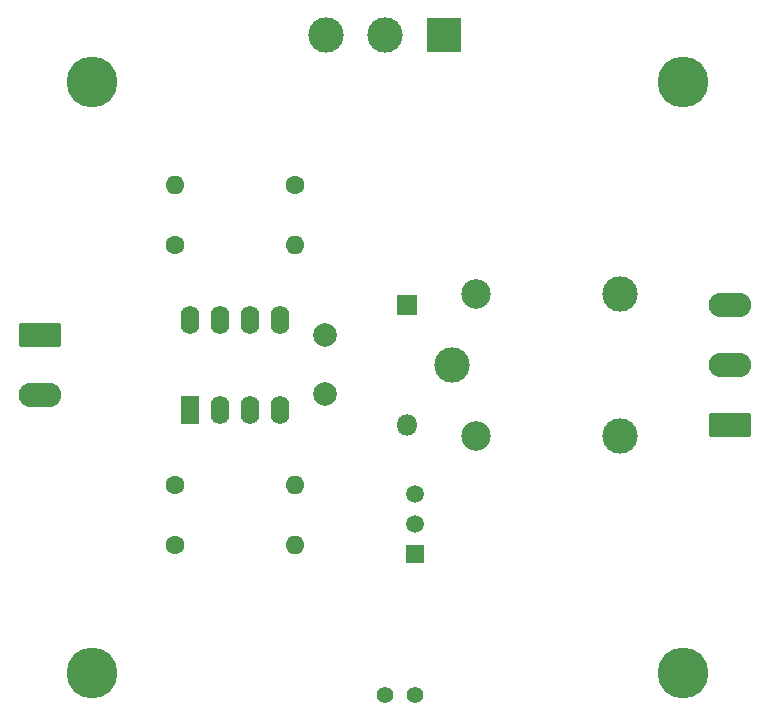
<source format=gbr>
%TF.GenerationSoftware,KiCad,Pcbnew,(6.0.5)*%
%TF.CreationDate,2022-10-10T14:26:01+02:00*%
%TF.ProjectId,termostato_kicad6,7465726d-6f73-4746-9174-6f5f6b696361,rev?*%
%TF.SameCoordinates,Original*%
%TF.FileFunction,Soldermask,Bot*%
%TF.FilePolarity,Negative*%
%FSLAX46Y46*%
G04 Gerber Fmt 4.6, Leading zero omitted, Abs format (unit mm)*
G04 Created by KiCad (PCBNEW (6.0.5)) date 2022-10-10 14:26:01*
%MOMM*%
%LPD*%
G01*
G04 APERTURE LIST*
G04 Aperture macros list*
%AMRoundRect*
0 Rectangle with rounded corners*
0 $1 Rounding radius*
0 $2 $3 $4 $5 $6 $7 $8 $9 X,Y pos of 4 corners*
0 Add a 4 corners polygon primitive as box body*
4,1,4,$2,$3,$4,$5,$6,$7,$8,$9,$2,$3,0*
0 Add four circle primitives for the rounded corners*
1,1,$1+$1,$2,$3*
1,1,$1+$1,$4,$5*
1,1,$1+$1,$6,$7*
1,1,$1+$1,$8,$9*
0 Add four rect primitives between the rounded corners*
20,1,$1+$1,$2,$3,$4,$5,0*
20,1,$1+$1,$4,$5,$6,$7,0*
20,1,$1+$1,$6,$7,$8,$9,0*
20,1,$1+$1,$8,$9,$2,$3,0*%
G04 Aperture macros list end*
%ADD10RoundRect,0.249999X1.550001X-0.790001X1.550001X0.790001X-1.550001X0.790001X-1.550001X-0.790001X0*%
%ADD11O,3.600000X2.080000*%
%ADD12C,4.300000*%
%ADD13RoundRect,0.249999X-1.550001X0.790001X-1.550001X-0.790001X1.550001X-0.790001X1.550001X0.790001X0*%
%ADD14R,1.600000X2.400000*%
%ADD15O,1.600000X2.400000*%
%ADD16C,1.600000*%
%ADD17O,1.600000X1.600000*%
%ADD18C,3.000000*%
%ADD19C,2.500000*%
%ADD20R,1.800000X1.800000*%
%ADD21O,1.800000X1.800000*%
%ADD22R,3.000000X3.000000*%
%ADD23C,1.400000*%
%ADD24C,2.000000*%
%ADD25R,1.500000X1.500000*%
%ADD26C,1.500000*%
G04 APERTURE END LIST*
D10*
%TO.C,X2*%
X174022500Y-93980000D03*
D11*
X174022500Y-88900000D03*
X174022500Y-83820000D03*
%TD*%
D12*
%TO.C,H1*%
X120000000Y-65000000D03*
%TD*%
D13*
%TO.C,X1*%
X115537500Y-86360000D03*
D11*
X115537500Y-91440000D03*
%TD*%
D14*
%TO.C,U1*%
X128280000Y-92725000D03*
D15*
X130820000Y-92725000D03*
X133360000Y-92725000D03*
X135900000Y-92725000D03*
X135900000Y-85105000D03*
X133360000Y-85105000D03*
X130820000Y-85105000D03*
X128280000Y-85105000D03*
%TD*%
D12*
%TO.C,H2*%
X170000000Y-65000000D03*
%TD*%
D16*
%TO.C,R3*%
X137160000Y-73660000D03*
D17*
X127000000Y-73660000D03*
%TD*%
D16*
%TO.C,R5*%
X127000000Y-104140000D03*
D17*
X137160000Y-104140000D03*
%TD*%
D18*
%TO.C,K1*%
X150495000Y-88900000D03*
D19*
X152445000Y-94950000D03*
D18*
X164645000Y-94950000D03*
X164695000Y-82900000D03*
D19*
X152445000Y-82950000D03*
%TD*%
D20*
%TO.C,D1*%
X146685000Y-83820000D03*
D21*
X146685000Y-93980000D03*
%TD*%
D12*
%TO.C,H3*%
X120000000Y-115000000D03*
%TD*%
D22*
%TO.C,R4*%
X149780000Y-60960000D03*
D18*
X144780000Y-60960000D03*
X139780000Y-60960000D03*
%TD*%
D23*
%TO.C,TH1*%
X144780000Y-116840000D03*
X147280000Y-116840000D03*
%TD*%
D12*
%TO.C,H4*%
X170000000Y-115000000D03*
%TD*%
D16*
%TO.C,R2*%
X127000000Y-78740000D03*
D17*
X137160000Y-78740000D03*
%TD*%
D16*
%TO.C,R1*%
X127000000Y-99060000D03*
D17*
X137160000Y-99060000D03*
%TD*%
D24*
%TO.C,C1*%
X139700000Y-86360000D03*
X139700000Y-91360000D03*
%TD*%
D25*
%TO.C,Q1*%
X147320000Y-104902000D03*
D26*
X147320000Y-102362000D03*
X147320000Y-99822000D03*
%TD*%
M02*

</source>
